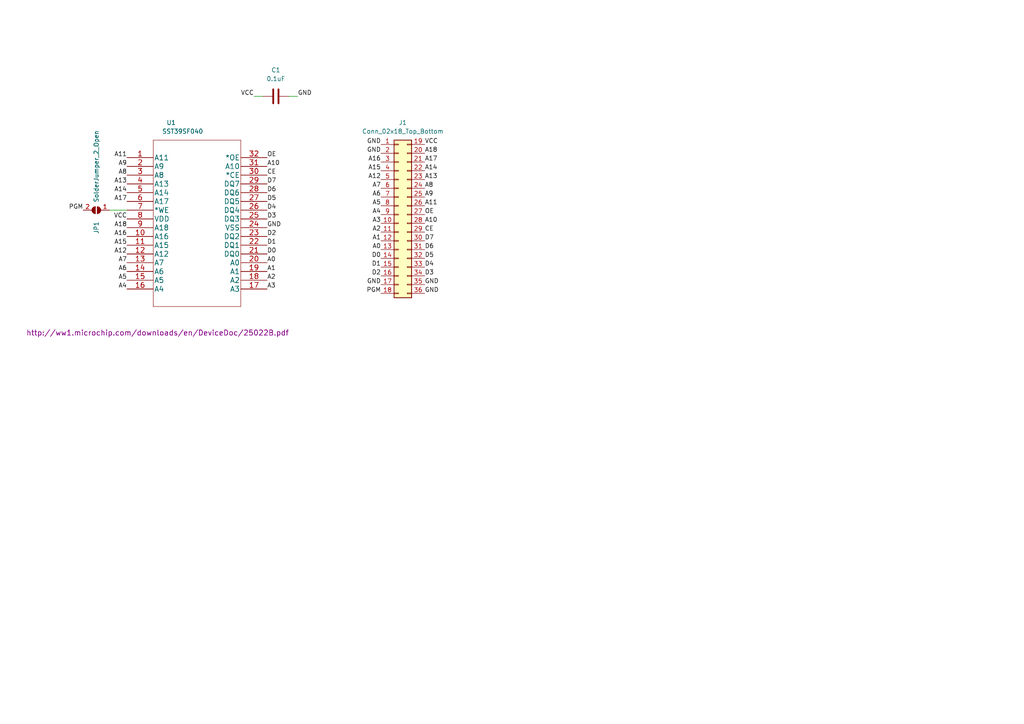
<source format=kicad_sch>
(kicad_sch (version 20211123) (generator eeschema)
  (paper "A4")
  (lib_symbols
    (symbol "Connector_Generic:Conn_02x18_Top_Bottom" (pin_names (offset 1.016) hide)
      (property "Reference" "J" (at 1.27 22.86 0))
      (property "Value" "Conn_02x18_Top_Bottom" (at 1.27 -25.4 0))
      (symbol "Conn_02x18_Top_Bottom_1_1"
        (rectangle (start -1.27 -22.733) (end 0 -22.987) (stroke (width 0.1524)))
        (rectangle (start -1.27 -20.193) (end 0 -20.447) (stroke (width 0.1524)))
        (rectangle (start -1.27 -17.653) (end 0 -17.907) (stroke (width 0.1524)))
        (rectangle (start -1.27 -15.113) (end 0 -15.367) (stroke (width 0.1524)))
        (rectangle (start -1.27 -12.573) (end 0 -12.827) (stroke (width 0.1524)))
        (rectangle (start -1.27 -10.033) (end 0 -10.287) (stroke (width 0.1524)))
        (rectangle (start -1.27 -7.493) (end 0 -7.747) (stroke (width 0.1524)))
        (rectangle (start -1.27 -4.953) (end 0 -5.207) (stroke (width 0.1524)))
        (rectangle (start -1.27 -2.413) (end 0 -2.667) (stroke (width 0.1524)))
        (rectangle (start -1.27 0.127) (end 0 -0.127) (stroke (width 0.1524)))
        (rectangle (start -1.27 2.667) (end 0 2.413) (stroke (width 0.1524)))
        (rectangle (start -1.27 5.207) (end 0 4.953) (stroke (width 0.1524)))
        (rectangle (start -1.27 7.747) (end 0 7.493) (stroke (width 0.1524)))
        (rectangle (start -1.27 10.287) (end 0 10.033) (stroke (width 0.1524)))
        (rectangle (start -1.27 12.827) (end 0 12.573) (stroke (width 0.1524)))
        (rectangle (start -1.27 15.367) (end 0 15.113) (stroke (width 0.1524)))
        (rectangle (start -1.27 17.907) (end 0 17.653) (stroke (width 0.1524)))
        (rectangle (start -1.27 20.447) (end 0 20.193) (stroke (width 0.1524)))
        (rectangle (start -1.27 21.59) (end 3.81 -24.13) (stroke (width 0.254)) (fill (type background)))
        (rectangle (start 3.81 -22.733) (end 2.54 -22.987) (stroke (width 0.1524)))
        (rectangle (start 3.81 -20.193) (end 2.54 -20.447) (stroke (width 0.1524)))
        (rectangle (start 3.81 -17.653) (end 2.54 -17.907) (stroke (width 0.1524)))
        (rectangle (start 3.81 -15.113) (end 2.54 -15.367) (stroke (width 0.1524)))
        (rectangle (start 3.81 -12.573) (end 2.54 -12.827) (stroke (width 0.1524)))
        (rectangle (start 3.81 -10.033) (end 2.54 -10.287) (stroke (width 0.1524)))
        (rectangle (start 3.81 -7.493) (end 2.54 -7.747) (stroke (width 0.1524)))
        (rectangle (start 3.81 -4.953) (end 2.54 -5.207) (stroke (width 0.1524)))
        (rectangle (start 3.81 -2.413) (end 2.54 -2.667) (stroke (width 0.1524)))
        (rectangle (start 3.81 0.127) (end 2.54 -0.127) (stroke (width 0.1524)))
        (rectangle (start 3.81 2.667) (end 2.54 2.413) (stroke (width 0.1524)))
        (rectangle (start 3.81 5.207) (end 2.54 4.953) (stroke (width 0.1524)))
        (rectangle (start 3.81 7.747) (end 2.54 7.493) (stroke (width 0.1524)))
        (rectangle (start 3.81 10.287) (end 2.54 10.033) (stroke (width 0.1524)))
        (rectangle (start 3.81 12.827) (end 2.54 12.573) (stroke (width 0.1524)))
        (rectangle (start 3.81 15.367) (end 2.54 15.113) (stroke (width 0.1524)))
        (rectangle (start 3.81 17.907) (end 2.54 17.653) (stroke (width 0.1524)))
        (rectangle (start 3.81 20.447) (end 2.54 20.193) (stroke (width 0.1524)))
        (pin passive line (at -5.08 20.32 0) (length 3.81) (name "Pin_1") (number "1"))
        (pin passive line (at -5.08 -2.54 0) (length 3.81) (name "Pin_10") (number "10"))
        (pin passive line (at -5.08 -5.08 0) (length 3.81) (name "Pin_11") (number "11"))
        (pin passive line (at -5.08 -7.62 0) (length 3.81) (name "Pin_12") (number "12"))
        (pin passive line (at -5.08 -10.16 0) (length 3.81) (name "Pin_13") (number "13"))
        (pin passive line (at -5.08 -12.7 0) (length 3.81) (name "Pin_14") (number "14"))
        (pin passive line (at -5.08 -15.24 0) (length 3.81) (name "Pin_15") (number "15"))
        (pin passive line (at -5.08 -17.78 0) (length 3.81) (name "Pin_16") (number "16"))
        (pin passive line (at -5.08 -20.32 0) (length 3.81) (name "Pin_17") (number "17"))
        (pin passive line (at -5.08 -22.86 0) (length 3.81) (name "Pin_18") (number "18"))
        (pin passive line (at 7.62 20.32 180) (length 3.81) (name "Pin_19") (number "19"))
        (pin passive line (at -5.08 17.78 0) (length 3.81) (name "Pin_2") (number "2"))
        (pin passive line (at 7.62 17.78 180) (length 3.81) (name "Pin_20") (number "20"))
        (pin passive line (at 7.62 15.24 180) (length 3.81) (name "Pin_21") (number "21"))
        (pin passive line (at 7.62 12.7 180) (length 3.81) (name "Pin_22") (number "22"))
        (pin passive line (at 7.62 10.16 180) (length 3.81) (name "Pin_23") (number "23"))
        (pin passive line (at 7.62 7.62 180) (length 3.81) (name "Pin_24") (number "24"))
        (pin passive line (at 7.62 5.08 180) (length 3.81) (name "Pin_25") (number "25"))
        (pin passive line (at 7.62 2.54 180) (length 3.81) (name "Pin_26") (number "26"))
        (pin passive line (at 7.62 0 180) (length 3.81) (name "Pin_27") (number "27"))
        (pin passive line (at 7.62 -2.54 180) (length 3.81) (name "Pin_28") (number "28"))
        (pin passive line (at 7.62 -5.08 180) (length 3.81) (name "Pin_29") (number "29"))
        (pin passive line (at -5.08 15.24 0) (length 3.81) (name "Pin_3") (number "3"))
        (pin passive line (at 7.62 -7.62 180) (length 3.81) (name "Pin_30") (number "30"))
        (pin passive line (at 7.62 -10.16 180) (length 3.81) (name "Pin_31") (number "31"))
        (pin passive line (at 7.62 -12.7 180) (length 3.81) (name "Pin_32") (number "32"))
        (pin passive line (at 7.62 -15.24 180) (length 3.81) (name "Pin_33") (number "33"))
        (pin passive line (at 7.62 -17.78 180) (length 3.81) (name "Pin_34") (number "34"))
        (pin passive line (at 7.62 -20.32 180) (length 3.81) (name "Pin_35") (number "35"))
        (pin passive line (at 7.62 -22.86 180) (length 3.81) (name "Pin_36") (number "36"))
        (pin passive line (at -5.08 12.7 0) (length 3.81) (name "Pin_4") (number "4"))
        (pin passive line (at -5.08 10.16 0) (length 3.81) (name "Pin_5") (number "5"))
        (pin passive line (at -5.08 7.62 0) (length 3.81) (name "Pin_6") (number "6"))
        (pin passive line (at -5.08 5.08 0) (length 3.81) (name "Pin_7") (number "7"))
        (pin passive line (at -5.08 2.54 0) (length 3.81) (name "Pin_8") (number "8"))
        (pin passive line (at -5.08 0 0) (length 3.81) (name "Pin_9") (number "9"))
      )
    )
    (symbol "Device:C" (pin_numbers hide) (pin_names (offset 0.254))
      (property "Reference" "C" (at 0.635 2.54 0))
      (property "Value" "C" (at 0.635 -2.54 0))
      (symbol "C_0_1"
        (polyline (pts (xy -2.032 -0.762) (xy 2.032 -0.762)) (stroke (width 0.508)))
        (polyline (pts (xy -2.032 0.762) (xy 2.032 0.762)) (stroke (width 0.508)))
      )
      (symbol "C_1_1"
        (pin passive line (at 0 3.81 270) (length 2.794) (name "~") (number "1"))
        (pin passive line (at 0 -3.81 90) (length 2.794) (name "~") (number "2"))
      )
    )
    (symbol "Jumper:SolderJumper_2_Open" (pin_names (offset 0) hide)
      (property "Reference" "JP" (at 0 2.032 0))
      (property "Value" "SolderJumper_2_Open" (at 0 -2.54 0))
      (symbol "SolderJumper_2_Open_0_1"
        (arc (start -0.254 1.016) (mid -1.27 0) (end -0.254 -1.016))
        (arc (start -0.254 1.016) (mid -1.27 0) (end -0.254 -1.016) (fill (type outline)))
        (polyline (pts (xy -0.254 1.016) (xy -0.254 -1.016)))
        (polyline (pts (xy 0.254 1.016) (xy 0.254 -1.016)))
        (arc (start 0.254 -1.016) (mid 1.27 0) (end 0.254 1.016))
        (arc (start 0.254 -1.016) (mid 1.27 0) (end 0.254 1.016) (fill (type outline)))
      )
      (symbol "SolderJumper_2_Open_1_1"
        (pin passive line (at -3.81 0 0) (length 2.54) (name "A") (number "1"))
        (pin passive line (at 3.81 0 180) (length 2.54) (name "B") (number "2"))
      )
    )
    (symbol "REB_FLASH:SST39SF040-55-4C-WHE-T" (pin_names (offset 0.254))
      (property "Reference" "U" (at 20.32 10.16 0))
      (property "Value" "SST39SF040-55-4C-WHE-T" (at 20.32 7.62 0))
      (symbol "SST39SF040-55-4C-WHE-T_1_1"
        (polyline (pts (xy 7.62 -43.18) (xy 33.02 -43.18)) (stroke (width 0.127)))
        (polyline (pts (xy 7.62 5.08) (xy 7.62 -43.18)) (stroke (width 0.127)))
        (polyline (pts (xy 33.02 -43.18) (xy 33.02 5.08)) (stroke (width 0.127)))
        (polyline (pts (xy 33.02 5.08) (xy 7.62 5.08)) (stroke (width 0.127)))
        (pin input line (at 0 0 0) (length 7.62) (name "A11") (number "1"))
        (pin input line (at 0 -22.86 0) (length 7.62) (name "A16") (number "10"))
        (pin input line (at 0 -25.4 0) (length 7.62) (name "A15") (number "11"))
        (pin input line (at 0 -27.94 0) (length 7.62) (name "A12") (number "12"))
        (pin input line (at 0 -30.48 0) (length 7.62) (name "A7") (number "13"))
        (pin input line (at 0 -33.02 0) (length 7.62) (name "A6") (number "14"))
        (pin input line (at 0 -35.56 0) (length 7.62) (name "A5") (number "15"))
        (pin input line (at 0 -38.1 0) (length 7.62) (name "A4") (number "16"))
        (pin input line (at 40.64 -38.1 180) (length 7.62) (name "A3") (number "17"))
        (pin input line (at 40.64 -35.56 180) (length 7.62) (name "A2") (number "18"))
        (pin input line (at 40.64 -33.02 180) (length 7.62) (name "A1") (number "19"))
        (pin input line (at 0 -2.54 0) (length 7.62) (name "A9") (number "2"))
        (pin input line (at 40.64 -30.48 180) (length 7.62) (name "A0") (number "20"))
        (pin bidirectional line (at 40.64 -27.94 180) (length 7.62) (name "DQ0") (number "21"))
        (pin bidirectional line (at 40.64 -25.4 180) (length 7.62) (name "DQ1") (number "22"))
        (pin bidirectional line (at 40.64 -22.86 180) (length 7.62) (name "DQ2") (number "23"))
        (pin power_in line (at 40.64 -20.32 180) (length 7.62) (name "VSS") (number "24"))
        (pin bidirectional line (at 40.64 -17.78 180) (length 7.62) (name "DQ3") (number "25"))
        (pin bidirectional line (at 40.64 -15.24 180) (length 7.62) (name "DQ4") (number "26"))
        (pin bidirectional line (at 40.64 -12.7 180) (length 7.62) (name "DQ5") (number "27"))
        (pin bidirectional line (at 40.64 -10.16 180) (length 7.62) (name "DQ6") (number "28"))
        (pin bidirectional line (at 40.64 -7.62 180) (length 7.62) (name "DQ7") (number "29"))
        (pin input line (at 0 -5.08 0) (length 7.62) (name "A8") (number "3"))
        (pin unspecified line (at 40.64 -5.08 180) (length 7.62) (name "*CE") (number "30"))
        (pin input line (at 40.64 -2.54 180) (length 7.62) (name "A10") (number "31"))
        (pin output line (at 40.64 0 180) (length 7.62) (name "*OE") (number "32"))
        (pin input line (at 0 -7.62 0) (length 7.62) (name "A13") (number "4"))
        (pin input line (at 0 -10.16 0) (length 7.62) (name "A14") (number "5"))
        (pin input line (at 0 -12.7 0) (length 7.62) (name "A17") (number "6"))
        (pin unspecified line (at 0 -15.24 0) (length 7.62) (name "*WE") (number "7"))
        (pin power_in line (at 0 -17.78 0) (length 7.62) (name "VDD") (number "8"))
        (pin input line (at 0 -20.32 0) (length 7.62) (name "A18") (number "9"))
      )
    )
  )
  (wire (pts (xy 83.82 27.94) (xy 86.36 27.94)))
  (wire (pts (xy 73.66 27.94) (xy 76.2 27.94)))
  (wire (pts (xy 31.75 60.96) (xy 36.83 60.96)))
  (label "A0" (at 110.49 72.39 180))
  (label "D0" (at 77.47 73.66 0))
  (label "A17" (at 123.19 46.99 0))
  (label "A5" (at 110.49 59.69 180))
  (label "A7" (at 110.49 54.61 180))
  (label "A1" (at 77.47 78.74 0))
  (label "GND" (at 123.19 85.09 0))
  (label "D5" (at 123.19 74.93 0))
  (label "OE" (at 77.47 45.72 0))
  (label "VCC" (at 123.19 41.91 0))
  (label "A0" (at 77.47 76.2 0))
  (label "A10" (at 123.19 64.77 0))
  (label "D6" (at 77.47 55.88 0))
  (label "A17" (at 36.83 58.42 180))
  (label "CE" (at 77.47 50.8 0))
  (label "A6" (at 36.83 78.74 180))
  (label "A1" (at 110.49 69.85 180))
  (label "A11" (at 123.19 59.69 0))
  (label "A16" (at 36.83 68.58 180))
  (label "A10" (at 77.47 48.26 0))
  (label "A12" (at 36.83 73.66 180))
  (label "A8" (at 36.83 50.8 180))
  (label "D1" (at 77.47 71.12 0))
  (label "D3" (at 123.19 80.01 0))
  (label "GND" (at 110.49 41.91 180))
  (label "D1" (at 110.49 77.47 180))
  (label "D4" (at 123.19 77.47 0))
  (label "A3" (at 77.47 83.82 0))
  (label "A9" (at 123.19 57.15 0))
  (label "GND" (at 86.36 27.94 0))
  (label "A11" (at 36.83 45.72 180))
  (label "A18" (at 36.83 66.04 180))
  (label "VCC" (at 73.66 27.94 180))
  (label "D4" (at 77.47 60.96 0))
  (label "D7" (at 123.19 69.85 0))
  (label "A13" (at 123.19 52.07 0))
  (label "A15" (at 36.83 71.12 180))
  (label "A18" (at 123.19 44.45 0))
  (label "D5" (at 77.47 58.42 0))
  (label "A15" (at 110.49 49.53 180))
  (label "A9" (at 36.83 48.26 180))
  (label "CE" (at 123.19 67.31 0))
  (label "A5" (at 36.83 81.28 180))
  (label "D2" (at 110.49 80.01 180))
  (label "PGM" (at 110.49 85.09 180))
  (label "VCC" (at 36.83 63.5 180))
  (label "A13" (at 36.83 53.34 180))
  (label "A3" (at 110.49 64.77 180))
  (label "A14" (at 123.19 49.53 0))
  (label "D6" (at 123.19 72.39 0))
  (label "A6" (at 110.49 57.15 180))
  (label "GND" (at 123.19 82.55 0))
  (label "OE" (at 123.19 62.23 0))
  (label "A2" (at 77.47 81.28 0))
  (label "D0" (at 110.49 74.93 180))
  (label "A4" (at 110.49 62.23 180))
  (label "D2" (at 77.47 68.58 0))
  (label "A8" (at 123.19 54.61 0))
  (label "A7" (at 36.83 76.2 180))
  (label "A4" (at 36.83 83.82 180))
  (label "A2" (at 110.49 67.31 180))
  (label "D3" (at 77.47 63.5 0))
  (label "A14" (at 36.83 55.88 180))
  (label "GND" (at 77.47 66.04 0))
  (label "A12" (at 110.49 52.07 180))
  (label "GND" (at 110.49 82.55 180))
  (label "PGM" (at 24.13 60.96 180))
  (label "GND" (at 110.49 44.45 180))
  (label "A16" (at 110.49 46.99 180))
  (label "D7" (at 77.47 53.34 0))
  (symbol (lib_id "REB_FLASH:SST39SF040-55-4C-WHE-T") (at 36.83 45.72 0) (unit 1)
    (property "Reference" "U1" (at 48.26 35.56 0) (effects (justify left)))
    (property "Value" "SST39SF040" (at 46.99 38.1 0) (effects (justify left)))
    (property "Footprint" "REB_Flash:SST39SF040-55-4C-WHE-T" (effects hide))
    (property "Datasheet" "http://ww1.microchip.com/downloads/en/DeviceDoc/25022B.pdf" (at 45.72 96.52 0) (effects (font (size 1.524 1.524))))
  )
  (symbol (lib_id "Device:C") (at 80.01 27.94 90) (unit 1)
    (property "Reference" "C1" (at 80.01 20.32 90))
    (property "Value" "0.1uF" (at 80.01 22.86 90))
    (property "Footprint" "Capacitor_SMD:C_0805_2012Metric_Pad1.18x1.45mm_HandSolder" (effects hide))
  )
  (symbol (lib_id "Jumper:SolderJumper_2_Open") (at 27.94 60.96 180) (unit 1)
    (property "Reference" "JP1" (at 27.94 66.04 90))
    (property "Value" "SolderJumper_2_Open" (at 27.94 48.26 90))
    (property "Footprint" "Jumper:SolderJumper-2_P1.3mm_Open_RoundedPad1.0x1.5mm" (effects hide))
  )
  (symbol (lib_id "Connector_Generic:Conn_02x18_Top_Bottom") (at 115.57 62.23 0) (unit 1)
    (property "Reference" "J1" (at 116.84 35.56 0))
    (property "Value" "Conn_02x18_Top_Bottom" (at 116.84 38.1 0))
    (property "Footprint" "REB_Edge:REB_EdgeConnector_36pin" (effects hide))
  )
)
</source>
